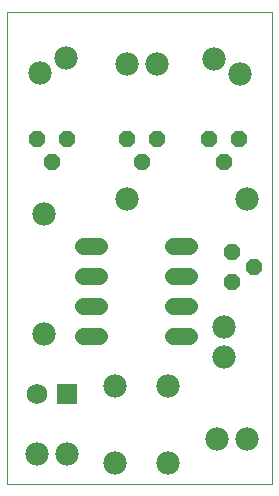
<source format=gbs>
G75*
%MOIN*%
%OFA0B0*%
%FSLAX24Y24*%
%IPPOS*%
%LPD*%
%AMOC8*
5,1,8,0,0,1.08239X$1,22.5*
%
%ADD10C,0.0000*%
%ADD11C,0.0555*%
%ADD12C,0.0780*%
%ADD13OC8,0.0560*%
%ADD14R,0.0690X0.0690*%
%ADD15C,0.0690*%
D10*
X002209Y000487D02*
X002209Y016235D01*
X011068Y016235D01*
X011068Y000487D01*
X002209Y000487D01*
D11*
X004763Y005424D02*
X005278Y005424D01*
X005278Y006424D02*
X004763Y006424D01*
X004763Y007424D02*
X005278Y007424D01*
X005278Y008424D02*
X004763Y008424D01*
X007763Y008424D02*
X008278Y008424D01*
X008278Y007424D02*
X007763Y007424D01*
X007763Y006424D02*
X008278Y006424D01*
X008278Y005424D02*
X007763Y005424D01*
D12*
X007599Y003767D03*
X009209Y001987D03*
X010209Y001987D03*
X009459Y004737D03*
X009459Y005737D03*
X010209Y009987D03*
X009984Y014145D03*
X009118Y014645D03*
X007209Y014487D03*
X006209Y014487D03*
X004201Y014703D03*
X003334Y014203D03*
X006209Y009987D03*
X003459Y009487D03*
X003459Y005487D03*
X005819Y003767D03*
X004209Y001487D03*
X003209Y001487D03*
X005819Y001207D03*
X007599Y001207D03*
D13*
X009709Y007237D03*
X010459Y007737D03*
X009709Y008237D03*
X009459Y011237D03*
X008959Y011987D03*
X009959Y011987D03*
X007209Y011987D03*
X006709Y011237D03*
X006209Y011987D03*
X004209Y011987D03*
X003709Y011237D03*
X003209Y011987D03*
D14*
X004209Y003487D03*
D15*
X003209Y003487D03*
M02*

</source>
